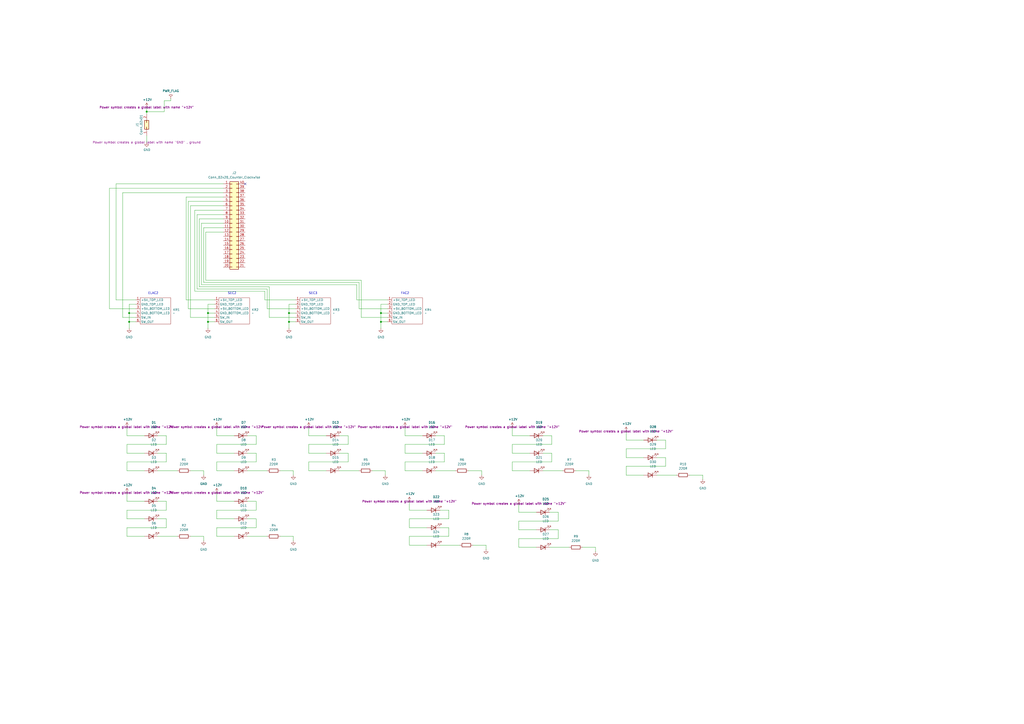
<source format=kicad_sch>
(kicad_sch (version 20250114) (generator "eeschema") (generator_version "9.0")
  (paper "A2")
  (lib_symbols
    (symbol "Connector_Generic:Conn_02x01" (pin_names (offset 1.016) (hide yes))
      (property "Reference" "J" (at 1.27 2.54 0))
      (property "Value" "Conn_02x01" (at 1.27 -2.54 0))
      (symbol "Conn_02x01_1_1"
        (rectangle (start -1.27 1.27) (end 3.81 -1.27) (stroke (width 0.254)) (fill (type background)))
        (rectangle (start -1.27 0.127) (end 0 -0.127) (stroke (width 0.1524)))
        (rectangle (start 3.81 0.127) (end 2.54 -0.127) (stroke (width 0.1524)))
        (pin passive line (at -5.08 0 0) (length 3.81) (name "Pin_1") (number "1"))
        (pin passive line (at 7.62 0 180) (length 3.81) (name "Pin_2") (number "2"))
      )
    )
    (symbol "Connector_Generic:Conn_02x20_Counter_Clockwise" (pin_names (offset 1.016) (hide yes))
      (property "Reference" "J" (at 1.27 25.4 0))
      (property "Value" "Conn_02x20_Counter_Clockwise" (at 1.27 -27.94 0))
      (symbol "Conn_02x20_Counter_Clockwise_1_1"
        (rectangle (start -1.27 24.13) (end 3.81 -26.67) (stroke (width 0.254)) (fill (type background)))
        (rectangle (start -1.27 22.987) (end 0 22.733) (stroke (width 0.1524)))
        (rectangle (start -1.27 20.447) (end 0 20.193) (stroke (width 0.1524)))
        (rectangle (start -1.27 17.907) (end 0 17.653) (stroke (width 0.1524)))
        (rectangle (start -1.27 15.367) (end 0 15.113) (stroke (width 0.1524)))
        (rectangle (start -1.27 12.827) (end 0 12.573) (stroke (width 0.1524)))
        (rectangle (start -1.27 10.287) (end 0 10.033) (stroke (width 0.1524)))
        (rectangle (start -1.27 7.747) (end 0 7.493) (stroke (width 0.1524)))
        (rectangle (start -1.27 5.207) (end 0 4.953) (stroke (width 0.1524)))
        (rectangle (start -1.27 2.667) (end 0 2.413) (stroke (width 0.1524)))
        (rectangle (start -1.27 0.127) (end 0 -0.127) (stroke (width 0.1524)))
        (rectangle (start -1.27 -2.413) (end 0 -2.667) (stroke (width 0.1524)))
        (rectangle (start -1.27 -4.953) (end 0 -5.207) (stroke (width 0.1524)))
        (rectangle (start -1.27 -7.493) (end 0 -7.747) (stroke (width 0.1524)))
        (rectangle (start -1.27 -10.033) (end 0 -10.287) (stroke (width 0.1524)))
        (rectangle (start -1.27 -12.573) (end 0 -12.827) (stroke (width 0.1524)))
        (rectangle (start -1.27 -15.113) (end 0 -15.367) (stroke (width 0.1524)))
        (rectangle (start -1.27 -17.653) (end 0 -17.907) (stroke (width 0.1524)))
        (rectangle (start -1.27 -20.193) (end 0 -20.447) (stroke (width 0.1524)))
        (rectangle (start -1.27 -22.733) (end 0 -22.987) (stroke (width 0.1524)))
        (rectangle (start -1.27 -25.273) (end 0 -25.527) (stroke (width 0.1524)))
        (rectangle (start 3.81 22.987) (end 2.54 22.733) (stroke (width 0.1524)))
        (rectangle (start 3.81 20.447) (end 2.54 20.193) (stroke (width 0.1524)))
        (rectangle (start 3.81 17.907) (end 2.54 17.653) (stroke (width 0.1524)))
        (rectangle (start 3.81 15.367) (end 2.54 15.113) (stroke (width 0.1524)))
        (rectangle (start 3.81 12.827) (end 2.54 12.573) (stroke (width 0.1524)))
        (rectangle (start 3.81 10.287) (end 2.54 10.033) (stroke (width 0.1524)))
        (rectangle (start 3.81 7.747) (end 2.54 7.493) (stroke (width 0.1524)))
        (rectangle (start 3.81 5.207) (end 2.54 4.953) (stroke (width 0.1524)))
        (rectangle (start 3.81 2.667) (end 2.54 2.413) (stroke (width 0.1524)))
        (rectangle (start 3.81 0.127) (end 2.54 -0.127) (stroke (width 0.1524)))
        (rectangle (start 3.81 -2.413) (end 2.54 -2.667) (stroke (width 0.1524)))
        (rectangle (start 3.81 -4.953) (end 2.54 -5.207) (stroke (width 0.1524)))
        (rectangle (start 3.81 -7.493) (end 2.54 -7.747) (stroke (width 0.1524)))
        (rectangle (start 3.81 -10.033) (end 2.54 -10.287) (stroke (width 0.1524)))
        (rectangle (start 3.81 -12.573) (end 2.54 -12.827) (stroke (width 0.1524)))
        (rectangle (start 3.81 -15.113) (end 2.54 -15.367) (stroke (width 0.1524)))
        (rectangle (start 3.81 -17.653) (end 2.54 -17.907) (stroke (width 0.1524)))
        (rectangle (start 3.81 -20.193) (end 2.54 -20.447) (stroke (width 0.1524)))
        (rectangle (start 3.81 -22.733) (end 2.54 -22.987) (stroke (width 0.1524)))
        (rectangle (start 3.81 -25.273) (end 2.54 -25.527) (stroke (width 0.1524)))
        (pin passive line (at -5.08 22.86 0) (length 3.81) (name "Pin_1") (number "1"))
        (pin passive line (at -5.08 20.32 0) (length 3.81) (name "Pin_2") (number "2"))
        (pin passive line (at -5.08 17.78 0) (length 3.81) (name "Pin_3") (number "3"))
        (pin passive line (at -5.08 15.24 0) (length 3.81) (name "Pin_4") (number "4"))
        (pin passive line (at -5.08 12.7 0) (length 3.81) (name "Pin_5") (number "5"))
        (pin passive line (at -5.08 10.16 0) (length 3.81) (name "Pin_6") (number "6"))
        (pin passive line (at -5.08 7.62 0) (length 3.81) (name "Pin_7") (number "7"))
        (pin passive line (at -5.08 5.08 0) (length 3.81) (name "Pin_8") (number "8"))
        (pin passive line (at -5.08 2.54 0) (length 3.81) (name "Pin_9") (number "9"))
        (pin passive line (at -5.08 0 0) (length 3.81) (name "Pin_10") (number "10"))
        (pin passive line (at -5.08 -2.54 0) (length 3.81) (name "Pin_11") (number "11"))
        (pin passive line (at -5.08 -5.08 0) (length 3.81) (name "Pin_12") (number "12"))
        (pin passive line (at -5.08 -7.62 0) (length 3.81) (name "Pin_13") (number "13"))
        (pin passive line (at -5.08 -10.16 0) (length 3.81) (name "Pin_14") (number "14"))
        (pin passive line (at -5.08 -12.7 0) (length 3.81) (name "Pin_15") (number "15"))
        (pin passive line (at -5.08 -15.24 0) (length 3.81) (name "Pin_16") (number "16"))
        (pin passive line (at -5.08 -17.78 0) (length 3.81) (name "Pin_17") (number "17"))
        (pin passive line (at -5.08 -20.32 0) (length 3.81) (name "Pin_18") (number "18"))
        (pin passive line (at -5.08 -22.86 0) (length 3.81) (name "Pin_19") (number "19"))
        (pin passive line (at -5.08 -25.4 0) (length 3.81) (name "Pin_20") (number "20"))
        (pin passive line (at 7.62 22.86 180) (length 3.81) (name "Pin_40") (number "40"))
        (pin passive line (at 7.62 20.32 180) (length 3.81) (name "Pin_39") (number "39"))
        (pin passive line (at 7.62 17.78 180) (length 3.81) (name "Pin_38") (number "38"))
        (pin passive line (at 7.62 15.24 180) (length 3.81) (name "Pin_37") (number "37"))
        (pin passive line (at 7.62 12.7 180) (length 3.81) (name "Pin_36") (number "36"))
        (pin passive line (at 7.62 10.16 180) (length 3.81) (name "Pin_35") (number "35"))
        (pin passive line (at 7.62 7.62 180) (length 3.81) (name "Pin_34") (number "34"))
        (pin passive line (at 7.62 5.08 180) (length 3.81) (name "Pin_33") (number "33"))
        (pin passive line (at 7.62 2.54 180) (length 3.81) (name "Pin_32") (number "32"))
        (pin passive line (at 7.62 0 180) (length 3.81) (name "Pin_31") (number "31"))
        (pin passive line (at 7.62 -2.54 180) (length 3.81) (name "Pin_30") (number "30"))
        (pin passive line (at 7.62 -5.08 180) (length 3.81) (name "Pin_29") (number "29"))
        (pin passive line (at 7.62 -7.62 180) (length 3.81) (name "Pin_28") (number "28"))
        (pin passive line (at 7.62 -10.16 180) (length 3.81) (name "Pin_27") (number "27"))
        (pin passive line (at 7.62 -12.7 180) (length 3.81) (name "Pin_26") (number "26"))
        (pin passive line (at 7.62 -15.24 180) (length 3.81) (name "Pin_25") (number "25"))
        (pin passive line (at 7.62 -17.78 180) (length 3.81) (name "Pin_24") (number "24"))
        (pin passive line (at 7.62 -20.32 180) (length 3.81) (name "Pin_23") (number "23"))
        (pin passive line (at 7.62 -22.86 180) (length 3.81) (name "Pin_22") (number "22"))
        (pin passive line (at 7.62 -25.4 180) (length 3.81) (name "Pin_21") (number "21"))
      )
    )
    (symbol "Device:LED" (pin_numbers (hide yes)) (pin_names (offset 1.016) (hide yes))
      (property "Reference" "D" (at 0 2.54 0))
      (property "Value" "LED" (at 0 -2.54 0))
      (symbol "LED_0_1"
        (polyline (pts (xy -3.048 -0.762) (xy -4.572 -2.286) (xy -3.81 -2.286) (xy -4.572 -2.286) (xy -4.572 -1.524)))
        (polyline (pts (xy -1.778 -0.762) (xy -3.302 -2.286) (xy -2.54 -2.286) (xy -3.302 -2.286) (xy -3.302 -1.524)))
        (polyline (pts (xy -1.27 0) (xy 1.27 0)))
        (polyline (pts (xy -1.27 -1.27) (xy -1.27 1.27)) (stroke (width 0.254)))
        (polyline (pts (xy 1.27 -1.27) (xy 1.27 1.27) (xy -1.27 0) (xy 1.27 -1.27)) (stroke (width 0.254)))
      )
      (symbol "LED_1_1"
        (pin passive line (at -3.81 0 0) (length 2.54) (name "K") (number "1"))
        (pin passive line (at 3.81 0 180) (length 2.54) (name "A") (number "2"))
      )
    )
    (symbol "Device:R" (pin_numbers (hide yes)) (pin_names (offset 0))
      (property "Reference" "R" (at 2.032 0 90))
      (property "Value" "R" (at 0 0 90))
      (symbol "R_0_1"
        (rectangle (start -1.016 -2.54) (end 1.016 2.54) (stroke (width 0.254)))
      )
      (symbol "R_1_1"
        (pin passive line (at 0 3.81 270) (length 1.27) (name "~") (number "1"))
        (pin passive line (at 0 -3.81 90) (length 1.27) (name "~") (number "2"))
      )
    )
    (symbol "KorrySwitch:Korry_Switch"
      (property "Reference" "KR" (at 12.7 -8.89 0))
      (symbol "Korry_Switch_0_1"
        (rectangle (start -7.62 -1.27) (end 10.16 -16.51))
      )
      (symbol "Korry_Switch_1_1"
        (pin input line (at -10.16 -2.54 0) (length 2.54) (name "+5V_TOP_LED") (number "1"))
        (pin input line (at -10.16 -5.08 0) (length 2.54) (name "GND_TOP_LED") (number "2"))
        (pin input line (at -10.16 -7.62 0) (length 2.54) (name "+5V_BOTTOM_LED") (number "3"))
        (pin input line (at -10.16 -10.16 0) (length 2.54) (name "GND_BOTTOM_LED") (number "4"))
        (pin input line (at -10.16 -12.7 0) (length 2.54) (name "SW_IN") (number "5"))
        (pin output line (at -10.16 -15.24 0) (length 2.54) (name "SW_OUT") (number "6"))
      )
    )
    (symbol "power:+12V" (power) (pin_numbers (hide yes)) (pin_names (offset 0) (hide yes))
      (property "Value" "+12V" (at 0 3.556 0))
      (symbol "+12V_0_1"
        (polyline (pts (xy -0.762 1.27) (xy 0 2.54)))
        (polyline (pts (xy 0 2.54) (xy 0.762 1.27)))
        (polyline (pts (xy 0 0) (xy 0 2.54)))
      )
      (symbol "+12V_1_1"
        (pin power_in line (at 0 0 90) (length 0) (name "~") (number "1"))
      )
    )
    (symbol "power:GND" (power) (pin_numbers (hide yes)) (pin_names (offset 0) (hide yes))
      (property "Value" "GND" (at 0 -3.81 0))
      (symbol "GND_0_1"
        (polyline (pts (xy 0 0) (xy 0 -1.27) (xy 1.27 -1.27) (xy 0 -2.54) (xy -1.27 -1.27) (xy 0 -1.27)))
      )
      (symbol "GND_1_1"
        (pin power_in line (at 0 0 270) (length 0) (name "~") (number "1"))
      )
    )
    (symbol "power:PWR_FLAG" (power) (pin_numbers (hide yes)) (pin_names (offset 0) (hide yes))
      (property "Value" "PWR_FLAG" (at 0 3.81 0))
      (symbol "PWR_FLAG_0_0"
        (pin power_out line (at 0 0 90) (length 0) (name "~") (number "1"))
      )
      (symbol "PWR_FLAG_0_1"
        (polyline (pts (xy 0 0) (xy 0 1.27) (xy -1.016 1.905) (xy 0 2.54) (xy 1.016 1.905) (xy 0 1.27)))
      )
    )
  )
  (text "FAC2" (at 234.95 170.18 0) (effects (font (size 1.27 1.27))))
  (text "ELAC2" (at 88.9 170.18 0) (effects (font (size 1.27 1.27))))
  (text "SEC2" (at 134.62 170.18 0) (effects (font (size 1.27 1.27))))
  (text "SEC3" (at 181.61 170.18 0) (effects (font (size 1.27 1.27))))
  (junction (at 220.98 186.69))
  (junction (at 220.98 181.61))
  (junction (at 74.93 181.61))
  (junction (at 167.64 181.61))
  (junction (at 120.65 181.61))
  (junction (at 120.65 186.69))
  (junction (at 74.93 186.69))
  (junction (at 167.64 186.69))
  (junction (at 85.09 64.77))
  (no_connect (at 142.24 106.68))
  (wire (pts (xy 125.73 262.89) (xy 125.73 257.81)))
  (wire (pts (xy 220.98 186.69) (xy 220.98 181.61)))
  (wire (pts (xy 323.85 307.34) (xy 318.77 307.34)))
  (wire (pts (xy 373.38 265.43) (xy 363.22 265.43)))
  (wire (pts (xy 109.22 116.84) (xy 129.54 116.84)))
  (wire (pts (xy 300.99 302.26) (xy 323.85 302.26)))
  (wire (pts (xy 318.77 317.5) (xy 330.2 317.5)))
  (wire (pts (xy 247.65 306.07) (xy 237.49 306.07)))
  (wire (pts (xy 307.34 262.89) (xy 297.18 262.89)))
  (wire (pts (xy 167.64 186.69) (xy 167.64 181.61)))
  (wire (pts (xy 125.73 311.15) (xy 125.73 306.07)))
  (wire (pts (xy 83.82 273.05) (xy 73.66 273.05)))
  (wire (pts (xy 119.38 134.62) (xy 129.54 134.62)))
  (wire (pts (xy 209.55 184.15) (xy 209.55 162.56)))
  (wire (pts (xy 373.38 275.59) (xy 363.22 275.59)))
  (wire (pts (xy 260.35 295.91) (xy 255.27 295.91)))
  (wire (pts (xy 234.95 262.89) (xy 234.95 257.81)))
  (wire (pts (xy 74.93 186.69) (xy 74.93 181.61)))
  (wire (pts (xy 78.74 173.99) (xy 67.31 173.99)))
  (wire (pts (xy 407.67 275.59) (xy 407.67 278.13)))
  (wire (pts (xy 201.93 252.73) (xy 196.85 252.73)))
  (wire (pts (xy 95.25 58.42) (xy 99.06 58.42)))
  (wire (pts (xy 71.12 111.76) (xy 129.54 111.76)))
  (wire (pts (xy 257.81 252.73) (xy 252.73 252.73)))
  (wire (pts (xy 125.73 306.07) (xy 148.59 306.07)))
  (wire (pts (xy 120.65 186.69) (xy 124.46 186.69)))
  (wire (pts (xy 73.66 267.97) (xy 96.52 267.97)))
  (wire (pts (xy 63.5 179.07) (xy 63.5 109.22)))
  (wire (pts (xy 96.52 267.97) (xy 96.52 262.89)))
  (wire (pts (xy 124.46 179.07) (xy 109.22 179.07)))
  (wire (pts (xy 300.99 297.18) (xy 311.15 297.18)))
  (wire (pts (xy 67.31 173.99) (xy 67.31 106.68)))
  (wire (pts (xy 167.64 181.61) (xy 167.64 176.53)))
  (wire (pts (xy 257.81 257.81) (xy 257.81 252.73)))
  (wire (pts (xy 73.66 290.83) (xy 83.82 290.83)))
  (wire (pts (xy 189.23 273.05) (xy 179.07 273.05)))
  (wire (pts (xy 208.28 163.83) (xy 118.11 163.83)))
  (wire (pts (xy 386.08 260.35) (xy 386.08 255.27)))
  (wire (pts (xy 135.89 311.15) (xy 125.73 311.15)))
  (wire (pts (xy 116.84 165.1) (xy 116.84 129.54)))
  (wire (pts (xy 320.04 262.89) (xy 314.96 262.89)))
  (wire (pts (xy 224.79 184.15) (xy 209.55 184.15)))
  (wire (pts (xy 154.94 167.64) (xy 114.3 167.64)))
  (wire (pts (xy 234.95 252.73) (xy 245.11 252.73)))
  (wire (pts (xy 78.74 184.15) (xy 71.12 184.15)))
  (wire (pts (xy 245.11 273.05) (xy 234.95 273.05)))
  (wire (pts (xy 118.11 273.05) (xy 118.11 275.59)))
  (wire (pts (xy 314.96 273.05) (xy 326.39 273.05)))
  (wire (pts (xy 95.25 64.77) (xy 95.25 58.42)))
  (wire (pts (xy 148.59 295.91) (xy 148.59 290.83)))
  (wire (pts (xy 220.98 176.53) (xy 224.79 176.53)))
  (wire (pts (xy 143.51 311.15) (xy 154.94 311.15)))
  (wire (pts (xy 196.85 273.05) (xy 208.28 273.05)))
  (wire (pts (xy 107.95 114.3) (xy 129.54 114.3)))
  (wire (pts (xy 118.11 132.08) (xy 129.54 132.08)))
  (wire (pts (xy 148.59 252.73) (xy 143.51 252.73)))
  (wire (pts (xy 237.49 300.99) (xy 260.35 300.99)))
  (wire (pts (xy 135.89 262.89) (xy 125.73 262.89)))
  (wire (pts (xy 386.08 255.27) (xy 381 255.27)))
  (wire (pts (xy 96.52 295.91) (xy 96.52 290.83)))
  (wire (pts (xy 113.03 168.91) (xy 153.67 168.91)))
  (wire (pts (xy 189.23 262.89) (xy 179.07 262.89)))
  (wire (pts (xy 120.65 176.53) (xy 124.46 176.53)))
  (wire (pts (xy 156.21 184.15) (xy 156.21 166.37)))
  (wire (pts (xy 110.49 184.15) (xy 110.49 119.38)))
  (wire (pts (xy 110.49 119.38) (xy 129.54 119.38)))
  (wire (pts (xy 73.66 273.05) (xy 73.66 267.97)))
  (wire (pts (xy 110.49 311.15) (xy 118.11 311.15)))
  (wire (pts (xy 363.22 260.35) (xy 386.08 260.35)))
  (wire (pts (xy 124.46 173.99) (xy 107.95 173.99)))
  (wire (pts (xy 114.3 124.46) (xy 129.54 124.46)))
  (wire (pts (xy 170.18 311.15) (xy 170.18 313.69)))
  (wire (pts (xy 73.66 285.75) (xy 73.66 290.83)))
  (wire (pts (xy 237.49 290.83) (xy 237.49 295.91)))
  (wire (pts (xy 179.07 257.81) (xy 201.93 257.81)))
  (wire (pts (xy 381 275.59) (xy 392.43 275.59)))
  (wire (pts (xy 74.93 181.61) (xy 78.74 181.61)))
  (wire (pts (xy 74.93 186.69) (xy 78.74 186.69)))
  (wire (pts (xy 125.73 273.05) (xy 125.73 267.97)))
  (wire (pts (xy 311.15 307.34) (xy 300.99 307.34)))
  (wire (pts (xy 386.08 265.43) (xy 381 265.43)))
  (wire (pts (xy 209.55 162.56) (xy 119.38 162.56)))
  (wire (pts (xy 400.05 275.59) (xy 407.67 275.59)))
  (wire (pts (xy 135.89 300.99) (xy 125.73 300.99)))
  (wire (pts (xy 96.52 257.81) (xy 96.52 252.73)))
  (wire (pts (xy 341.63 273.05) (xy 341.63 275.59)))
  (wire (pts (xy 113.03 121.92) (xy 113.03 168.91)))
  (wire (pts (xy 297.18 252.73) (xy 307.34 252.73)))
  (wire (pts (xy 237.49 295.91) (xy 247.65 295.91)))
  (wire (pts (xy 109.22 179.07) (xy 109.22 116.84)))
  (wire (pts (xy 237.49 316.23) (xy 237.49 311.15)))
  (wire (pts (xy 215.9 273.05) (xy 223.52 273.05)))
  (wire (pts (xy 96.52 290.83) (xy 91.44 290.83)))
  (wire (pts (xy 120.65 181.61) (xy 124.46 181.61)))
  (wire (pts (xy 323.85 312.42) (xy 323.85 307.34)))
  (wire (pts (xy 234.95 257.81) (xy 257.81 257.81)))
  (wire (pts (xy 148.59 300.99) (xy 143.51 300.99)))
  (wire (pts (xy 120.65 186.69) (xy 120.65 181.61)))
  (wire (pts (xy 297.18 267.97) (xy 320.04 267.97)))
  (wire (pts (xy 237.49 311.15) (xy 260.35 311.15)))
  (wire (pts (xy 73.66 311.15) (xy 73.66 306.07)))
  (wire (pts (xy 208.28 179.07) (xy 208.28 163.83)))
  (wire (pts (xy 167.64 190.5) (xy 167.64 186.69)))
  (wire (pts (xy 125.73 290.83) (xy 135.89 290.83)))
  (wire (pts (xy 167.64 181.61) (xy 171.45 181.61)))
  (wire (pts (xy 311.15 317.5) (xy 300.99 317.5)))
  (wire (pts (xy 124.46 184.15) (xy 110.49 184.15)))
  (wire (pts (xy 74.93 181.61) (xy 74.93 176.53)))
  (wire (pts (xy 73.66 257.81) (xy 96.52 257.81)))
  (wire (pts (xy 170.18 273.05) (xy 170.18 275.59)))
  (wire (pts (xy 201.93 262.89) (xy 196.85 262.89)))
  (wire (pts (xy 96.52 300.99) (xy 91.44 300.99)))
  (wire (pts (xy 154.94 179.07) (xy 154.94 167.64)))
  (wire (pts (xy 297.18 247.65) (xy 297.18 252.73)))
  (wire (pts (xy 255.27 316.23) (xy 266.7 316.23)))
  (wire (pts (xy 363.22 275.59) (xy 363.22 270.51)))
  (wire (pts (xy 252.73 273.05) (xy 264.16 273.05)))
  (wire (pts (xy 220.98 181.61) (xy 224.79 181.61)))
  (wire (pts (xy 107.95 173.99) (xy 107.95 114.3)))
  (wire (pts (xy 171.45 173.99) (xy 153.67 173.99)))
  (wire (pts (xy 74.93 190.5) (xy 74.93 186.69)))
  (wire (pts (xy 85.09 78.74) (xy 85.09 82.55)))
  (wire (pts (xy 307.34 273.05) (xy 297.18 273.05)))
  (wire (pts (xy 300.99 312.42) (xy 323.85 312.42)))
  (wire (pts (xy 148.59 267.97) (xy 148.59 262.89)))
  (wire (pts (xy 73.66 300.99) (xy 73.66 295.91)))
  (wire (pts (xy 148.59 262.89) (xy 143.51 262.89)))
  (wire (pts (xy 247.65 316.23) (xy 237.49 316.23)))
  (wire (pts (xy 125.73 295.91) (xy 148.59 295.91)))
  (wire (pts (xy 234.95 273.05) (xy 234.95 267.97)))
  (wire (pts (xy 154.94 179.07) (xy 171.45 179.07)))
  (wire (pts (xy 220.98 186.69) (xy 224.79 186.69)))
  (wire (pts (xy 73.66 252.73) (xy 83.82 252.73)))
  (wire (pts (xy 83.82 311.15) (xy 73.66 311.15)))
  (wire (pts (xy 171.45 184.15) (xy 156.21 184.15)))
  (wire (pts (xy 115.57 127) (xy 129.54 127)))
  (wire (pts (xy 297.18 257.81) (xy 320.04 257.81)))
  (wire (pts (xy 85.09 64.77) (xy 85.09 66.04)))
  (wire (pts (xy 148.59 257.81) (xy 148.59 252.73)))
  (wire (pts (xy 220.98 190.5) (xy 220.98 186.69)))
  (wire (pts (xy 162.56 273.05) (xy 170.18 273.05)))
  (wire (pts (xy 162.56 311.15) (xy 170.18 311.15)))
  (wire (pts (xy 337.82 317.5) (xy 345.44 317.5)))
  (wire (pts (xy 73.66 306.07) (xy 96.52 306.07)))
  (wire (pts (xy 179.07 273.05) (xy 179.07 267.97)))
  (wire (pts (xy 148.59 306.07) (xy 148.59 300.99)))
  (wire (pts (xy 120.65 190.5) (xy 120.65 186.69)))
  (wire (pts (xy 271.78 273.05) (xy 279.4 273.05)))
  (wire (pts (xy 78.74 179.07) (xy 63.5 179.07)))
  (wire (pts (xy 297.18 262.89) (xy 297.18 257.81)))
  (wire (pts (xy 323.85 297.18) (xy 318.77 297.18)))
  (wire (pts (xy 334.01 273.05) (xy 341.63 273.05)))
  (wire (pts (xy 85.09 64.77) (xy 95.25 64.77)))
  (wire (pts (xy 257.81 262.89) (xy 252.73 262.89)))
  (wire (pts (xy 320.04 267.97) (xy 320.04 262.89)))
  (wire (pts (xy 74.93 176.53) (xy 78.74 176.53)))
  (wire (pts (xy 91.44 311.15) (xy 102.87 311.15)))
  (wire (pts (xy 320.04 257.81) (xy 320.04 252.73)))
  (wire (pts (xy 83.82 300.99) (xy 73.66 300.99)))
  (wire (pts (xy 73.66 295.91) (xy 96.52 295.91)))
  (wire (pts (xy 208.28 179.07) (xy 224.79 179.07)))
  (wire (pts (xy 234.95 247.65) (xy 234.95 252.73)))
  (wire (pts (xy 67.31 106.68) (xy 129.54 106.68)))
  (wire (pts (xy 71.12 184.15) (xy 71.12 111.76)))
  (wire (pts (xy 223.52 273.05) (xy 223.52 275.59)))
  (wire (pts (xy 257.81 267.97) (xy 257.81 262.89)))
  (wire (pts (xy 91.44 273.05) (xy 102.87 273.05)))
  (wire (pts (xy 153.67 168.91) (xy 153.67 173.99)))
  (wire (pts (xy 125.73 300.99) (xy 125.73 295.91)))
  (wire (pts (xy 116.84 129.54) (xy 129.54 129.54)))
  (wire (pts (xy 118.11 311.15) (xy 118.11 313.69)))
  (wire (pts (xy 260.35 311.15) (xy 260.35 306.07)))
  (wire (pts (xy 96.52 306.07) (xy 96.52 300.99)))
  (wire (pts (xy 260.35 300.99) (xy 260.35 295.91)))
  (wire (pts (xy 125.73 257.81) (xy 148.59 257.81)))
  (wire (pts (xy 114.3 167.64) (xy 114.3 124.46)))
  (wire (pts (xy 320.04 252.73) (xy 314.96 252.73)))
  (wire (pts (xy 63.5 109.22) (xy 129.54 109.22)))
  (wire (pts (xy 300.99 307.34) (xy 300.99 302.26)))
  (wire (pts (xy 110.49 273.05) (xy 118.11 273.05)))
  (wire (pts (xy 167.64 176.53) (xy 171.45 176.53)))
  (wire (pts (xy 345.44 317.5) (xy 345.44 320.04)))
  (wire (pts (xy 99.06 58.42) (xy 99.06 57.15)))
  (wire (pts (xy 201.93 267.97) (xy 201.93 262.89)))
  (wire (pts (xy 363.22 265.43) (xy 363.22 260.35)))
  (wire (pts (xy 96.52 262.89) (xy 91.44 262.89)))
  (wire (pts (xy 96.52 252.73) (xy 91.44 252.73)))
  (wire (pts (xy 73.66 262.89) (xy 73.66 257.81)))
  (wire (pts (xy 220.98 181.61) (xy 220.98 176.53)))
  (wire (pts (xy 85.09 62.23) (xy 85.09 64.77)))
  (wire (pts (xy 135.89 273.05) (xy 125.73 273.05)))
  (wire (pts (xy 279.4 273.05) (xy 279.4 275.59)))
  (wire (pts (xy 234.95 267.97) (xy 257.81 267.97)))
  (wire (pts (xy 300.99 292.1) (xy 300.99 297.18)))
  (wire (pts (xy 245.11 262.89) (xy 234.95 262.89)))
  (wire (pts (xy 323.85 302.26) (xy 323.85 297.18)))
  (wire (pts (xy 201.93 257.81) (xy 201.93 252.73)))
  (wire (pts (xy 207.01 165.1) (xy 116.84 165.1)))
  (wire (pts (xy 363.22 250.19) (xy 363.22 255.27)))
  (wire (pts (xy 281.94 316.23) (xy 281.94 318.77)))
  (wire (pts (xy 260.35 306.07) (xy 255.27 306.07)))
  (wire (pts (xy 118.11 163.83) (xy 118.11 132.08)))
  (wire (pts (xy 179.07 252.73) (xy 189.23 252.73)))
  (wire (pts (xy 143.51 273.05) (xy 154.94 273.05)))
  (wire (pts (xy 120.65 181.61) (xy 120.65 176.53)))
  (wire (pts (xy 129.54 121.92) (xy 113.03 121.92)))
  (wire (pts (xy 363.22 255.27) (xy 373.38 255.27)))
  (wire (pts (xy 119.38 162.56) (xy 119.38 134.62)))
  (wire (pts (xy 297.18 273.05) (xy 297.18 267.97)))
  (wire (pts (xy 274.32 316.23) (xy 281.94 316.23)))
  (wire (pts (xy 167.64 186.69) (xy 171.45 186.69)))
  (wire (pts (xy 207.01 173.99) (xy 207.01 165.1)))
  (wire (pts (xy 115.57 166.37) (xy 115.57 127)))
  (wire (pts (xy 125.73 267.97) (xy 148.59 267.97)))
  (wire (pts (xy 125.73 247.65) (xy 125.73 252.73)))
  (wire (pts (xy 125.73 285.75) (xy 125.73 290.83)))
  (wire (pts (xy 179.07 247.65) (xy 179.07 252.73)))
  (wire (pts (xy 73.66 247.65) (xy 73.66 252.73)))
  (wire (pts (xy 237.49 306.07) (xy 237.49 300.99)))
  (wire (pts (xy 224.79 173.99) (xy 207.01 173.99)))
  (wire (pts (xy 156.21 166.37) (xy 115.57 166.37)))
  (wire (pts (xy 179.07 262.89) (xy 179.07 257.81)))
  (wire (pts (xy 363.22 270.51) (xy 386.08 270.51)))
  (wire (pts (xy 83.82 262.89) (xy 73.66 262.89)))
  (wire (pts (xy 179.07 267.97) (xy 201.93 267.97)))
  (wire (pts (xy 300.99 317.5) (xy 300.99 312.42)))
  (wire (pts (xy 148.59 290.83) (xy 143.51 290.83)))
  (wire (pts (xy 386.08 270.51) (xy 386.08 265.43)))
  (wire (pts (xy 125.73 252.73) (xy 135.89 252.73)))
  (symbol (lib_id "Connector_Generic:Conn_02x01") (at 85.09 73.66 90) (unit 1)
    (property "Reference" "J1" (at 79.5782 72.39 0))
    (property "Value" "Conn_02x01" (at 81.8896 72.39 0))
    (property "Footprint" "TerminalBlock:TerminalBlock_bornier-2_P5.08mm" (effects (hide yes)))
    (property "Description" "Generic connector, double row, 02x01, this symbol is compatible with counter-clockwise, top-bottom and odd-even numbering schemes., script generated (kicad-library-utils/schlib/autogen/connector/)" (effects (hide yes)))
  )
  (symbol (lib_id "power:GND") (at 85.09 82.55 0) (unit 1)
    (property "Reference" "#PWR03" (effects (hide yes)))
    (property "Value" "GND" (at 85.217 86.9442 0))
    (property "Description" "Power symbol creates a global label with name \"GND\" , ground" (at 85.09 82.55 0))
  )
  (symbol (lib_id "power:+12V") (at 85.09 62.23 0) (unit 1)
    (property "Reference" "#PWR02" (effects (hide yes)))
    (property "Value" "+12V" (at 85.471 57.8358 0))
    (property "Description" "Power symbol creates a global label with name \"+12V\"" (at 85.09 62.23 0))
  )
  (symbol (lib_id "power:PWR_FLAG") (at 99.06 57.15 0) (unit 1)
    (property "Reference" "#FLG01" (effects (hide yes)))
    (property "Value" "PWR_FLAG" (at 99.06 52.7558 0))
  )
  (symbol (lib_id "power:+12V") (at 363.22 250.19 0) (unit 1)
    (property "Reference" "#PWR025" (effects (hide yes)))
    (property "Value" "+12V" (at 363.601 245.7958 0))
    (property "Description" "Power symbol creates a global label with name \"+12V\"" (at 363.22 250.19 0))
  )
  (symbol (lib_id "power:+12V") (at 125.73 247.65 0) (unit 1)
    (property "Reference" "#PWR010" (effects (hide yes)))
    (property "Value" "+12V" (at 126.111 243.2558 0))
    (property "Description" "Power symbol creates a global label with name \"+12V\"" (at 125.73 247.65 0))
  )
  (symbol (lib_id "Device:LED") (at 87.63 300.99 180) (unit 1)
    (property "Reference" "D5" (at 89.2175 293.37 0))
    (property "Value" "LED" (at 89.2175 295.91 0))
    (property "Footprint" "OpenA3XX:LED_Everlight-SMD3528_3.5x2.8mm_67-21ST" (effects (hide yes)))
    (property "Description" "Light emitting diode" (effects (hide yes)))
    (property "Sim.Pins" "1=K 2=A" (effects (hide yes)))
  )
  (symbol (lib_id "Device:LED") (at 377.19 265.43 180) (unit 1)
    (property "Reference" "D29" (at 378.7775 257.81 0))
    (property "Value" "LED" (at 378.7775 260.35 0))
    (property "Footprint" "OpenA3XX:LED_Everlight-SMD3528_3.5x2.8mm_67-21ST" (effects (hide yes)))
    (property "Description" "Light emitting diode" (effects (hide yes)))
    (property "Sim.Pins" "1=K 2=A" (effects (hide yes)))
  )
  (symbol (lib_id "Device:LED") (at 248.92 273.05 180) (unit 1)
    (property "Reference" "D18" (at 250.5075 265.43 0))
    (property "Value" "LED" (at 250.5075 267.97 0))
    (property "Footprint" "OpenA3XX:LED_Everlight-SMD3528_3.5x2.8mm_67-21ST" (effects (hide yes)))
    (property "Description" "Light emitting diode" (effects (hide yes)))
    (property "Sim.Pins" "1=K 2=A" (effects (hide yes)))
  )
  (symbol (lib_id "Device:LED") (at 87.63 311.15 180) (unit 1)
    (property "Reference" "D6" (at 89.2175 303.53 0))
    (property "Value" "LED" (at 89.2175 306.07 0))
    (property "Footprint" "OpenA3XX:LED_Everlight-SMD3528_3.5x2.8mm_67-21ST" (effects (hide yes)))
    (property "Description" "Light emitting diode" (effects (hide yes)))
    (property "Sim.Pins" "1=K 2=A" (effects (hide yes)))
  )
  (symbol (lib_id "Device:LED") (at 193.04 262.89 180) (unit 1)
    (property "Reference" "D14" (at 194.6275 255.27 0))
    (property "Value" "LED" (at 194.6275 257.81 0))
    (property "Footprint" "OpenA3XX:LED_Everlight-SMD3528_3.5x2.8mm_67-21ST" (effects (hide yes)))
    (property "Description" "Light emitting diode" (effects (hide yes)))
    (property "Sim.Pins" "1=K 2=A" (effects (hide yes)))
  )
  (symbol (lib_id "power:GND") (at 341.63 275.59 0) (unit 1)
    (property "Reference" "#PWR020" (effects (hide yes)))
    (property "Value" "GND" (at 341.63 280.67 0))
    (property "Description" "Power symbol creates a global label with name \"GND\" , ground" (effects (hide yes)))
  )
  (symbol (lib_id "Device:LED") (at 311.15 262.89 180) (unit 1)
    (property "Reference" "D20" (at 312.7375 255.27 0))
    (property "Value" "LED" (at 312.7375 257.81 0))
    (property "Footprint" "OpenA3XX:LED_Everlight-SMD3528_3.5x2.8mm_67-21ST" (effects (hide yes)))
    (property "Description" "Light emitting diode" (effects (hide yes)))
    (property "Sim.Pins" "1=K 2=A" (effects (hide yes)))
  )
  (symbol (lib_id "Device:R") (at 106.68 273.05 90) (unit 1)
    (property "Reference" "R1" (at 106.68 266.7 90))
    (property "Value" "220R" (at 106.68 269.24 90))
    (property "Footprint" "Resistor_SMD:R_1206_3216Metric_Pad1.30x1.75mm_HandSolder" (effects (hide yes)))
    (property "Description" "Resistor" (effects (hide yes)))
  )
  (symbol (lib_id "Device:LED") (at 248.92 262.89 180) (unit 1)
    (property "Reference" "D17" (at 250.5075 255.27 0))
    (property "Value" "LED" (at 250.5075 257.81 0))
    (property "Footprint" "OpenA3XX:LED_Everlight-SMD3528_3.5x2.8mm_67-21ST" (effects (hide yes)))
    (property "Description" "Light emitting diode" (effects (hide yes)))
    (property "Sim.Pins" "1=K 2=A" (effects (hide yes)))
  )
  (symbol (lib_id "Device:LED") (at 314.96 307.34 180) (unit 1)
    (property "Reference" "D26" (at 316.5475 299.72 0))
    (property "Value" "LED" (at 316.5475 302.26 0))
    (property "Footprint" "OpenA3XX:LED_Everlight-SMD3528_3.5x2.8mm_67-21ST" (effects (hide yes)))
    (property "Description" "Light emitting diode" (effects (hide yes)))
    (property "Sim.Pins" "1=K 2=A" (effects (hide yes)))
  )
  (symbol (lib_id "power:+12V") (at 234.95 247.65 0) (unit 1)
    (property "Reference" "#PWR016" (effects (hide yes)))
    (property "Value" "+12V" (at 235.331 243.2558 0))
    (property "Description" "Power symbol creates a global label with name \"+12V\"" (at 234.95 247.65 0))
  )
  (symbol (lib_id "power:GND") (at 167.64 190.5 0) (unit 1)
    (property "Reference" "#PWR05" (effects (hide yes)))
    (property "Value" "GND" (at 167.64 195.58 0))
    (property "Description" "Power symbol creates a global label with name \"GND\" , ground" (effects (hide yes)))
  )
  (symbol (lib_id "power:+12V") (at 297.18 247.65 0) (unit 1)
    (property "Reference" "#PWR019" (effects (hide yes)))
    (property "Value" "+12V" (at 297.561 243.2558 0))
    (property "Description" "Power symbol creates a global label with name \"+12V\"" (at 297.18 247.65 0))
  )
  (symbol (lib_id "Device:LED") (at 311.15 273.05 180) (unit 1)
    (property "Reference" "D21" (at 312.7375 265.43 0))
    (property "Value" "LED" (at 312.7375 267.97 0))
    (property "Footprint" "OpenA3XX:LED_Everlight-SMD3528_3.5x2.8mm_67-21ST" (effects (hide yes)))
    (property "Description" "Light emitting diode" (effects (hide yes)))
    (property "Sim.Pins" "1=K 2=A" (effects (hide yes)))
  )
  (symbol (lib_id "Device:LED") (at 251.46 295.91 180) (unit 1)
    (property "Reference" "D22" (at 253.0475 288.29 0))
    (property "Value" "LED" (at 253.0475 290.83 0))
    (property "Footprint" "OpenA3XX:LED_Everlight-SMD3528_3.5x2.8mm_67-21ST" (effects (hide yes)))
    (property "Description" "Light emitting diode" (effects (hide yes)))
    (property "Sim.Pins" "1=K 2=A" (effects (hide yes)))
  )
  (symbol (lib_id "Device:LED") (at 314.96 297.18 180) (unit 1)
    (property "Reference" "D25" (at 316.5475 289.56 0))
    (property "Value" "LED" (at 316.5475 292.1 0))
    (property "Footprint" "OpenA3XX:LED_Everlight-SMD3528_3.5x2.8mm_67-21ST" (effects (hide yes)))
    (property "Description" "Light emitting diode" (effects (hide yes)))
    (property "Sim.Pins" "1=K 2=A" (effects (hide yes)))
  )
  (symbol (lib_id "Device:LED") (at 193.04 273.05 180) (unit 1)
    (property "Reference" "D15" (at 194.6275 265.43 0))
    (property "Value" "LED" (at 194.6275 267.97 0))
    (property "Footprint" "OpenA3XX:LED_Everlight-SMD3528_3.5x2.8mm_67-21ST" (effects (hide yes)))
    (property "Description" "Light emitting diode" (effects (hide yes)))
    (property "Sim.Pins" "1=K 2=A" (effects (hide yes)))
  )
  (symbol (lib_id "Device:LED") (at 139.7 252.73 180) (unit 1)
    (property "Reference" "D7" (at 141.2875 245.11 0))
    (property "Value" "LED" (at 141.2875 247.65 0))
    (property "Footprint" "OpenA3XX:LED_Everlight-SMD3528_3.5x2.8mm_67-21ST" (effects (hide yes)))
    (property "Description" "Light emitting diode" (effects (hide yes)))
    (property "Sim.Pins" "1=K 2=A" (effects (hide yes)))
  )
  (symbol (lib_id "power:GND") (at 118.11 313.69 0) (unit 1)
    (property "Reference" "#PWR09" (effects (hide yes)))
    (property "Value" "GND" (at 118.11 318.77 0))
    (property "Description" "Power symbol creates a global label with name \"GND\" , ground" (effects (hide yes)))
  )
  (symbol (lib_id "power:+12V") (at 237.49 290.83 0) (unit 1)
    (property "Reference" "#PWR021" (effects (hide yes)))
    (property "Value" "+12V" (at 237.871 286.4358 0))
    (property "Description" "Power symbol creates a global label with name \"+12V\"" (at 237.49 290.83 0))
  )
  (symbol (lib_id "Device:R") (at 267.97 273.05 90) (unit 1)
    (property "Reference" "R6" (at 267.97 266.7 90))
    (property "Value" "220R" (at 267.97 269.24 90))
    (property "Footprint" "Resistor_SMD:R_1206_3216Metric_Pad1.30x1.75mm_HandSolder" (effects (hide yes)))
    (property "Description" "Resistor" (effects (hide yes)))
  )
  (symbol (lib_id "power:+12V") (at 179.07 247.65 0) (unit 1)
    (property "Reference" "#PWR014" (effects (hide yes)))
    (property "Value" "+12V" (at 179.451 243.2558 0))
    (property "Description" "Power symbol creates a global label with name \"+12V\"" (at 179.07 247.65 0))
  )
  (symbol (lib_id "Device:R") (at 106.68 311.15 90) (unit 1)
    (property "Reference" "R2" (at 106.68 304.8 90))
    (property "Value" "220R" (at 106.68 307.34 90))
    (property "Footprint" "Resistor_SMD:R_1206_3216Metric_Pad1.30x1.75mm_HandSolder" (effects (hide yes)))
    (property "Description" "Resistor" (effects (hide yes)))
  )
  (symbol (lib_id "power:GND") (at 281.94 318.77 0) (unit 1)
    (property "Reference" "#PWR022" (effects (hide yes)))
    (property "Value" "GND" (at 281.94 323.85 0))
    (property "Description" "Power symbol creates a global label with name \"GND\" , ground" (effects (hide yes)))
  )
  (symbol (lib_id "power:+12V") (at 125.73 285.75 0) (unit 1)
    (property "Reference" "#PWR011" (effects (hide yes)))
    (property "Value" "+12V" (at 126.111 281.3558 0))
    (property "Description" "Power symbol creates a global label with name \"+12V\"" (at 125.73 285.75 0))
  )
  (symbol (lib_id "power:+12V") (at 73.66 247.65 0) (unit 1)
    (property "Reference" "#PWR06" (effects (hide yes)))
    (property "Value" "+12V" (at 74.041 243.2558 0))
    (property "Description" "Power symbol creates a global label with name \"+12V\"" (at 73.66 247.65 0))
  )
  (symbol (lib_id "Device:LED") (at 139.7 273.05 180) (unit 1)
    (property "Reference" "D9" (at 141.2875 265.43 0))
    (property "Value" "LED" (at 141.2875 267.97 0))
    (property "Footprint" "OpenA3XX:LED_Everlight-SMD3528_3.5x2.8mm_67-21ST" (effects (hide yes)))
    (property "Description" "Light emitting diode" (effects (hide yes)))
    (property "Sim.Pins" "1=K 2=A" (effects (hide yes)))
  )
  (symbol (lib_id "power:GND") (at 118.11 275.59 0) (unit 1)
    (property "Reference" "#PWR08" (effects (hide yes)))
    (property "Value" "GND" (at 118.11 280.67 0))
    (property "Description" "Power symbol creates a global label with name \"GND\" , ground" (effects (hide yes)))
  )
  (symbol (lib_id "power:GND") (at 120.65 190.5 0) (unit 1)
    (property "Reference" "#PWR04" (effects (hide yes)))
    (property "Value" "GND" (at 120.65 195.58 0))
    (property "Description" "Power symbol creates a global label with name \"GND\" , ground" (effects (hide yes)))
  )
  (symbol (lib_id "Device:R") (at 270.51 316.23 90) (unit 1)
    (property "Reference" "R8" (at 270.51 309.88 90))
    (property "Value" "220R" (at 270.51 312.42 90))
    (property "Footprint" "Resistor_SMD:R_1206_3216Metric_Pad1.30x1.75mm_HandSolder" (effects (hide yes)))
    (property "Description" "Resistor" (effects (hide yes)))
  )
  (symbol (lib_id "Device:R") (at 212.09 273.05 90) (unit 1)
    (property "Reference" "R5" (at 212.09 266.7 90))
    (property "Value" "220R" (at 212.09 269.24 90))
    (property "Footprint" "Resistor_SMD:R_1206_3216Metric_Pad1.30x1.75mm_HandSolder" (effects (hide yes)))
    (property "Description" "Resistor" (effects (hide yes)))
  )
  (symbol (lib_id "power:+12V") (at 73.66 285.75 0) (unit 1)
    (property "Reference" "#PWR07" (effects (hide yes)))
    (property "Value" "+12V" (at 74.041 281.3558 0))
    (property "Description" "Power symbol creates a global label with name \"+12V\"" (at 73.66 285.75 0))
  )
  (symbol (lib_id "Device:LED") (at 248.92 252.73 180) (unit 1)
    (property "Reference" "D16" (at 250.5075 245.11 0))
    (property "Value" "LED" (at 250.5075 247.65 0))
    (property "Footprint" "OpenA3XX:LED_Everlight-SMD3528_3.5x2.8mm_67-21ST" (effects (hide yes)))
    (property "Description" "Light emitting diode" (effects (hide yes)))
    (property "Sim.Pins" "1=K 2=A" (effects (hide yes)))
  )
  (symbol (lib_id "Device:R") (at 330.2 273.05 90) (unit 1)
    (property "Reference" "R7" (at 330.2 266.7 90))
    (property "Value" "220R" (at 330.2 269.24 90))
    (property "Footprint" "Resistor_SMD:R_1206_3216Metric_Pad1.30x1.75mm_HandSolder" (effects (hide yes)))
    (property "Description" "Resistor" (effects (hide yes)))
  )
  (symbol (lib_id "power:GND") (at 74.93 190.5 0) (unit 1)
    (property "Reference" "#PWR01" (effects (hide yes)))
    (property "Value" "GND" (at 74.93 195.58 0))
    (property "Description" "Power symbol creates a global label with name \"GND\" , ground" (effects (hide yes)))
  )
  (symbol (lib_id "Device:LED") (at 251.46 316.23 180) (unit 1)
    (property "Reference" "D24" (at 253.0475 308.61 0))
    (property "Value" "LED" (at 253.0475 311.15 0))
    (property "Footprint" "OpenA3XX:LED_Everlight-SMD3528_3.5x2.8mm_67-21ST" (effects (hide yes)))
    (property "Description" "Light emitting diode" (effects (hide yes)))
    (property "Sim.Pins" "1=K 2=A" (effects (hide yes)))
  )
  (symbol (lib_id "Device:R") (at 334.01 317.5 90) (unit 1)
    (property "Reference" "R9" (at 334.01 311.15 90))
    (property "Value" "220R" (at 334.01 313.69 90))
    (property "Footprint" "Resistor_SMD:R_1206_3216Metric_Pad1.30x1.75mm_HandSolder" (effects (hide yes)))
    (property "Description" "Resistor" (effects (hide yes)))
  )
  (symbol (lib_id "Device:LED") (at 193.04 252.73 180) (unit 1)
    (property "Reference" "D13" (at 194.6275 245.11 0))
    (property "Value" "LED" (at 194.6275 247.65 0))
    (property "Footprint" "OpenA3XX:LED_Everlight-SMD3528_3.5x2.8mm_67-21ST" (effects (hide yes)))
    (property "Description" "Light emitting diode" (effects (hide yes)))
    (property "Sim.Pins" "1=K 2=A" (effects (hide yes)))
  )
  (symbol (lib_id "Device:R") (at 158.75 311.15 90) (unit 1)
    (property "Reference" "R4" (at 158.75 304.8 90))
    (property "Value" "220R" (at 158.75 307.34 90))
    (property "Footprint" "Resistor_SMD:R_1206_3216Metric_Pad1.30x1.75mm_HandSolder" (effects (hide yes)))
    (property "Description" "Resistor" (effects (hide yes)))
  )
  (symbol (lib_id "Device:LED") (at 311.15 252.73 180) (unit 1)
    (property "Reference" "D19" (at 312.7375 245.11 0))
    (property "Value" "LED" (at 312.7375 247.65 0))
    (property "Footprint" "OpenA3XX:LED_Everlight-SMD3528_3.5x2.8mm_67-21ST" (effects (hide yes)))
    (property "Description" "Light emitting diode" (effects (hide yes)))
    (property "Sim.Pins" "1=K 2=A" (effects (hide yes)))
  )
  (symbol (lib_id "power:GND") (at 345.44 320.04 0) (unit 1)
    (property "Reference" "#PWR024" (effects (hide yes)))
    (property "Value" "GND" (at 345.44 325.12 0))
    (property "Description" "Power symbol creates a global label with name \"GND\" , ground" (effects (hide yes)))
  )
  (symbol (lib_id "Device:LED") (at 314.96 317.5 180) (unit 1)
    (property "Reference" "D27" (at 316.5475 309.88 0))
    (property "Value" "LED" (at 316.5475 312.42 0))
    (property "Footprint" "OpenA3XX:LED_Everlight-SMD3528_3.5x2.8mm_67-21ST" (effects (hide yes)))
    (property "Description" "Light emitting diode" (effects (hide yes)))
    (property "Sim.Pins" "1=K 2=A" (effects (hide yes)))
  )
  (symbol (lib_id "power:+12V") (at 300.99 292.1 0) (unit 1)
    (property "Reference" "#PWR023" (effects (hide yes)))
    (property "Value" "+12V" (at 301.371 287.7058 0))
    (property "Description" "Power symbol creates a global label with name \"+12V\"" (at 300.99 292.1 0))
  )
  (symbol (lib_id "Device:LED") (at 87.63 252.73 180) (unit 1)
    (property "Reference" "D1" (at 89.2175 245.11 0))
    (property "Value" "LED" (at 89.2175 247.65 0))
    (property "Footprint" "OpenA3XX:LED_Everlight-SMD3528_3.5x2.8mm_67-21ST" (effects (hide yes)))
    (property "Description" "Light emitting diode" (effects (hide yes)))
    (property "Sim.Pins" "1=K 2=A" (effects (hide yes)))
  )
  (symbol (lib_id "Device:LED") (at 87.63 262.89 180) (unit 1)
    (property "Reference" "D2" (at 89.2175 255.27 0))
    (property "Value" "LED" (at 89.2175 257.81 0))
    (property "Footprint" "OpenA3XX:LED_Everlight-SMD3528_3.5x2.8mm_67-21ST" (effects (hide yes)))
    (property "Description" "Light emitting diode" (effects (hide yes)))
    (property "Sim.Pins" "1=K 2=A" (effects (hide yes)))
  )
  (symbol (lib_id "power:GND") (at 220.98 190.5 0) (unit 1)
    (property "Reference" "#PWR018" (effects (hide yes)))
    (property "Value" "GND" (at 220.98 195.58 0))
    (property "Description" "Power symbol creates a global label with name \"GND\" , ground" (effects (hide yes)))
  )
  (symbol (lib_id "KorrySwitch:Korry_Switch") (at 134.62 171.45 0) (unit 1)
    (property "Reference" "KR2" (at 146.05 179.7049 0) (effects (justify left)))
    (property "Value" "~" (at 146.05 181.61 0) (effects (justify left)))
    (property "Footprint" "OpenA3XX:Korry Switch" (effects (hide yes)))
  )
  (symbol (lib_id "Device:LED") (at 87.63 290.83 180) (unit 1)
    (property "Reference" "D4" (at 89.2175 283.21 0))
    (property "Value" "LED" (at 89.2175 285.75 0))
    (property "Footprint" "OpenA3XX:LED_Everlight-SMD3528_3.5x2.8mm_67-21ST" (effects (hide yes)))
    (property "Description" "Light emitting diode" (effects (hide yes)))
    (property "Sim.Pins" "1=K 2=A" (effects (hide yes)))
  )
  (symbol (lib_id "Device:LED") (at 139.7 300.99 180) (unit 1)
    (property "Reference" "D11" (at 141.2875 293.37 0))
    (property "Value" "LED" (at 141.2875 295.91 0))
    (property "Footprint" "OpenA3XX:LED_Everlight-SMD3528_3.5x2.8mm_67-21ST" (effects (hide yes)))
    (property "Description" "Light emitting diode" (effects (hide yes)))
    (property "Sim.Pins" "1=K 2=A" (effects (hide yes)))
  )
  (symbol (lib_id "Device:LED") (at 139.7 311.15 180) (unit 1)
    (property "Reference" "D12" (at 141.2875 303.53 0))
    (property "Value" "LED" (at 141.2875 306.07 0))
    (property "Footprint" "OpenA3XX:LED_Everlight-SMD3528_3.5x2.8mm_67-21ST" (effects (hide yes)))
    (property "Description" "Light emitting diode" (effects (hide yes)))
    (property "Sim.Pins" "1=K 2=A" (effects (hide yes)))
  )
  (symbol (lib_id "Device:LED") (at 139.7 290.83 180) (unit 1)
    (property "Reference" "D10" (at 141.2875 283.21 0))
    (property "Value" "LED" (at 141.2875 285.75 0))
    (property "Footprint" "OpenA3XX:LED_Everlight-SMD3528_3.5x2.8mm_67-21ST" (effects (hide yes)))
    (property "Description" "Light emitting diode" (effects (hide yes)))
    (property "Sim.Pins" "1=K 2=A" (effects (hide yes)))
  )
  (symbol (lib_id "Connector_Generic:Conn_02x20_Counter_Clockwise") (at 134.62 129.54 0) (unit 1)
    (property "Reference" "J2" (at 135.89 100.33 0))
    (property "Value" "Conn_02x20_Counter_Clockwise" (at 135.89 102.87 0))
    (property "Footprint" "Connector_PinHeader_2.54mm:PinHeader_2x20_P2.54mm_Vertical" (effects (hide yes)))
    (property "Description" "Generic connector, double row, 02x20, counter clockwise pin numbering scheme (similar to DIP package numbering), script generated (kicad-library-utils/schlib/autogen/connector/)" (effects (hide yes)))
  )
  (symbol (lib_id "Device:LED") (at 251.46 306.07 180) (unit 1)
    (property "Reference" "D23" (at 253.0475 298.45 0))
    (property "Value" "LED" (at 253.0475 300.99 0))
    (property "Footprint" "OpenA3XX:LED_Everlight-SMD3528_3.5x2.8mm_67-21ST" (effects (hide yes)))
    (property "Description" "Light emitting diode" (effects (hide yes)))
    (property "Sim.Pins" "1=K 2=A" (effects (hide yes)))
  )
  (symbol (lib_id "power:GND") (at 407.67 278.13 0) (unit 1)
    (property "Reference" "#PWR026" (effects (hide yes)))
    (property "Value" "GND" (at 407.67 283.21 0))
    (property "Description" "Power symbol creates a global label with name \"GND\" , ground" (effects (hide yes)))
  )
  (symbol (lib_id "KorrySwitch:Korry_Switch") (at 234.95 171.45 0) (unit 1)
    (property "Reference" "KR4" (at 246.38 179.7049 0) (effects (justify left)))
    (property "Value" "~" (at 246.38 181.61 0) (effects (justify left)))
    (property "Footprint" "OpenA3XX:Korry Switch" (effects (hide yes)))
  )
  (symbol (lib_id "Device:LED") (at 377.19 255.27 180) (unit 1)
    (property "Reference" "D28" (at 378.7775 247.65 0))
    (property "Value" "LED" (at 378.7775 250.19 0))
    (property "Footprint" "OpenA3XX:LED_Everlight-SMD3528_3.5x2.8mm_67-21ST" (effects (hide yes)))
    (property "Description" "Light emitting diode" (effects (hide yes)))
    (property "Sim.Pins" "1=K 2=A" (effects (hide yes)))
  )
  (symbol (lib_id "power:GND") (at 170.18 313.69 0) (unit 1)
    (property "Reference" "#PWR013" (effects (hide yes)))
    (property "Value" "GND" (at 170.18 318.77 0))
    (property "Description" "Power symbol creates a global label with name \"GND\" , ground" (effects (hide yes)))
  )
  (symbol (lib_id "Device:R") (at 396.24 275.59 90) (unit 1)
    (property "Reference" "R10" (at 396.24 269.24 90))
    (property "Value" "220R" (at 396.24 271.78 90))
    (property "Footprint" "Resistor_SMD:R_1206_3216Metric_Pad1.30x1.75mm_HandSolder" (effects (hide yes)))
    (property "Description" "Resistor" (effects (hide yes)))
  )
  (symbol (lib_id "Device:LED") (at 377.19 275.59 180) (unit 1)
    (property "Reference" "D30" (at 378.7775 267.97 0))
    (property "Value" "LED" (at 378.7775 270.51 0))
    (property "Footprint" "OpenA3XX:LED_Everlight-SMD3528_3.5x2.8mm_67-21ST" (effects (hide yes)))
    (property "Description" "Light emitting diode" (effects (hide yes)))
    (property "Sim.Pins" "1=K 2=A" (effects (hide yes)))
  )
  (symbol (lib_id "power:GND") (at 170.18 275.59 0) (unit 1)
    (property "Reference" "#PWR012" (effects (hide yes)))
    (property "Value" "GND" (at 170.18 280.67 0))
    (property "Description" "Power symbol creates a global label with name \"GND\" , ground" (effects (hide yes)))
  )
  (symbol (lib_id "power:GND") (at 279.4 275.59 0) (unit 1)
    (property "Reference" "#PWR017" (effects (hide yes)))
    (property "Value" "GND" (at 279.4 280.67 0))
    (property "Description" "Power symbol creates a global label with name \"GND\" , ground" (effects (hide yes)))
  )
  (symbol (lib_id "KorrySwitch:Korry_Switch") (at 88.9 171.45 0) (unit 1)
    (property "Reference" "KR1" (at 100.33 179.7049 0) (effects (justify left)))
    (property "Value" "~" (at 100.33 181.61 0) (effects (justify left)))
    (property "Footprint" "OpenA3XX:Korry Switch" (effects (hide yes)))
  )
  (symbol (lib_id "Device:R") (at 158.75 273.05 90) (unit 1)
    (property "Reference" "R3" (at 158.75 266.7 90))
    (property "Value" "220R" (at 158.75 269.24 90))
    (property "Footprint" "Resistor_SMD:R_1206_3216Metric_Pad1.30x1.75mm_HandSolder" (effects (hide yes)))
    (property "Description" "Resistor" (effects (hide yes)))
  )
  (symbol (lib_id "KorrySwitch:Korry_Switch") (at 181.61 171.45 0) (unit 1)
    (property "Reference" "KR3" (at 193.04 179.7049 0) (effects (justify left)))
    (property "Value" "~" (at 193.04 181.61 0) (effects (justify left)))
    (property "Footprint" "OpenA3XX:Korry Switch" (effects (hide yes)))
  )
  (symbol (lib_id "Device:LED") (at 87.63 273.05 180) (unit 1)
    (property "Reference" "D3" (at 89.2175 265.43 0))
    (property "Value" "LED" (at 89.2175 267.97 0))
    (property "Footprint" "OpenA3XX:LED_Everlight-SMD3528_3.5x2.8mm_67-21ST" (effects (hide yes)))
    (property "Description" "Light emitting diode" (effects (hide yes)))
    (property "Sim.Pins" "1=K 2=A" (effects (hide yes)))
  )
  (symbol (lib_id "power:GND") (at 223.52 275.59 0) (unit 1)
    (property "Reference" "#PWR015" (effects (hide yes)))
    (property "Value" "GND" (at 223.52 280.67 0))
    (property "Description" "Power symbol creates a global label with name \"GND\" , ground" (effects (hide yes)))
  )
  (symbol (lib_id "Device:LED") (at 139.7 262.89 180) (unit 1)
    (property "Reference" "D8" (at 141.2875 255.27 0))
    (property "Value" "LED" (at 141.2875 257.81 0))
    (property "Footprint" "OpenA3XX:LED_Everlight-SMD3528_3.5x2.8mm_67-21ST" (effects (hide yes)))
    (property "Description" "Light emitting diode" (effects (hide yes)))
    (property "Sim.Pins" "1=K 2=A" (effects (hide yes)))
  )
)
</source>
